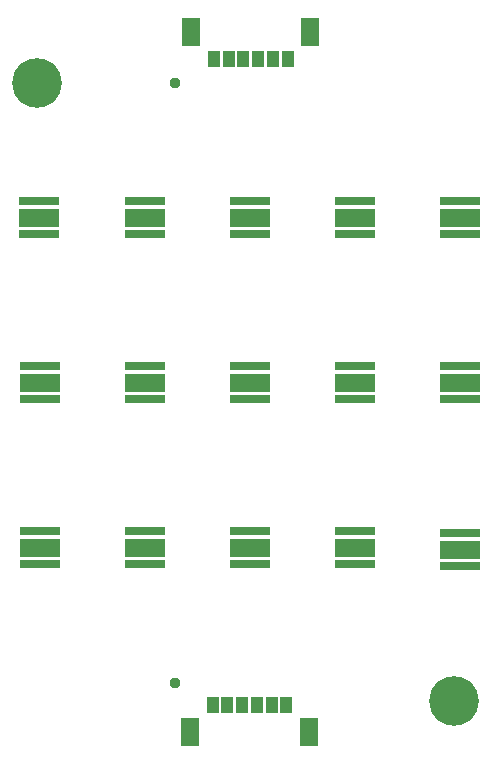
<source format=gbr>
G04 EAGLE Gerber RS-274X export*
G75*
%MOMM*%
%FSLAX34Y34*%
%LPD*%
%INSoldermask Top*%
%IPPOS*%
%AMOC8*
5,1,8,0,0,1.08239X$1,22.5*%
G01*
G04 Define Apertures*
%ADD10C,4.203700*%
%ADD11R,3.503200X0.703200*%
%ADD12R,3.503200X1.503200*%
%ADD13R,1.003200X1.403200*%
%ADD14R,1.503200X2.353200*%
%ADD15C,0.959600*%
D10*
X35052Y596648D03*
X388805Y73134D03*
D11*
X393700Y187178D03*
X393700Y215178D03*
D12*
X393700Y201178D03*
D11*
X393700Y328900D03*
X393700Y356900D03*
D12*
X393700Y342900D03*
D11*
X393700Y468600D03*
X393700Y496600D03*
D12*
X393700Y482600D03*
D11*
X304800Y189200D03*
X304800Y217200D03*
D12*
X304800Y203200D03*
D11*
X304800Y328900D03*
X304800Y356900D03*
D12*
X304800Y342900D03*
D11*
X304800Y468600D03*
X304800Y496600D03*
D12*
X304800Y482600D03*
D11*
X127000Y189200D03*
X127000Y217200D03*
D12*
X127000Y203200D03*
D11*
X127000Y328900D03*
X127000Y356900D03*
D12*
X127000Y342900D03*
D11*
X127000Y468600D03*
X127000Y496600D03*
D12*
X127000Y482600D03*
D11*
X38100Y189200D03*
X38100Y217200D03*
D12*
X38100Y203200D03*
D11*
X38100Y328900D03*
X38100Y356900D03*
D12*
X38100Y342900D03*
D11*
X36840Y468600D03*
X36840Y496600D03*
D12*
X36840Y482600D03*
D11*
X215900Y189200D03*
X215900Y217200D03*
D12*
X215900Y203200D03*
D11*
X215900Y328900D03*
X215900Y356900D03*
D12*
X215900Y342900D03*
D11*
X215900Y468600D03*
X215900Y496600D03*
D12*
X215900Y482600D03*
D13*
X184150Y70022D03*
X196650Y70022D03*
X209150Y70022D03*
X221650Y70022D03*
X234150Y70022D03*
X246650Y70022D03*
D14*
X165150Y47072D03*
X265650Y47072D03*
D13*
X247650Y616540D03*
X235150Y616540D03*
X222650Y616540D03*
X210150Y616540D03*
X197650Y616540D03*
X185150Y616540D03*
D14*
X266650Y639490D03*
X166150Y639490D03*
D15*
X152400Y596900D03*
X152400Y88900D03*
M02*

</source>
